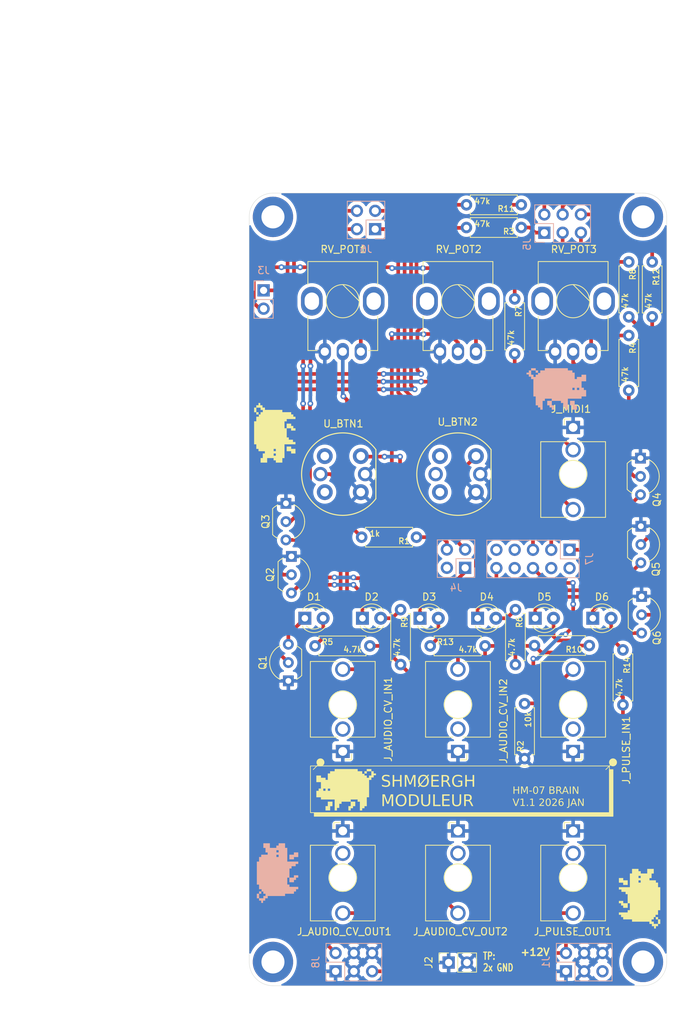
<source format=kicad_pcb>
(kicad_pcb (version 20241229) (generator "pcbnew") (generator_version "9.0")
  (layers (0 "F.Cu" signal) (2 "B.Cu" signal) (13 "F.Paste" user) (15 "B.Paste" user) (5 "F.SilkS" user "F.Silkscreen") (7 "B.SilkS" user "B.Silkscreen") (1 "F.Mask" user) (3 "B.Mask" user) (25 "Edge.Cuts" user))
  (net 0 "")
  (net 1 "Net-(D1-A)")
  (net 2 "+12V")
  (net 3 "GND")
  (net 4 "-12V")
  (net 5 "Net-(D1-K)")
  (net 6 "Net-(D2-K)")
  (net 7 "Net-(D2-A)")
  (net 8 "Net-(D3-K)")
  (net 9 "Net-(D3-A)")
  (net 10 "Net-(D4-A)")
  (net 11 "Net-(D4-K)")
  (net 12 "Net-(D5-A)")
  (net 13 "Net-(D5-K)")
  (net 14 "Net-(D6-K)")
  (net 15 "Net-(D6-A)")
  (net 16 "+3.3V")
  (net 17 "BTN_1")
  (net 19 "BTN_2")
  (net 20 "BTN_LED_1")
  (net 21 "LED_3")
  (net 22 "LED_2")
  (net 23 "LED_5")
  (net 24 "LED_4")
  (net 25 "LED_1")
  (net 26 "LED_6")
  (net 27 "MIDI_5T")
  (net 28 "PULSE_IN")
  (net 29 "PULSE_OUT")
  (net 30 "MIDI_4R")
  (net 31 "AUDIO_CV_IN_1")
  (net 32 "AUDIO_CV_IN_2")
  (net 33 "POT_1")
  (net 34 "POT_2")
  (net 35 "POT_3")
  (net 36 "AUDIO_CV_OUT_2")
  (net 37 "AUDIO_CV_OUT_1")
  (net 43 "Net-(Q1-B)")
  (net 44 "Net-(Q2-B)")
  (net 45 "Net-(Q3-B)")
  (net 46 "Net-(Q4-B)")
  (net 47 "Net-(Q5-B)")
  (net 48 "Net-(Q6-B)")
  (net 49 "Net-(R1-Pad2)")
  (footprint "Shmoergh_Custom_Footprints:R_Axial_DIN0207_L6.3mm_D2.5mm_P7.62mm_Horizontal" (layer "F.Cu") (at 176.7304 53.5504 -90)
    (property "Reference" "R8")
    (property "Value" "47k")
  )
  (footprint "Shmoergh_Custom_Footprints:R_Axial_DIN0207_L6.3mm_D2.5mm_P7.62mm_Horizontal" (layer "F.Cu") (at 161.7952 48.7752 180)
    (property "Reference" "R3")
    (property "Value" "47k")
  )
  (footprint "Shmoergh_Custom_Footprints:R_Axial_DIN0207_L6.3mm_D2.5mm_P7.62mm_Horizontal" (layer "F.Cu") (at 160.9824 101.8104 -90)
    (property "Reference" "R6")
    (property "Value" "4.7k")
  )
  (footprint "Shmoergh_Custom_Footprints:R_Axial_DIN0207_L6.3mm_D2.5mm_P7.62mm_Horizontal" (layer "F.Cu") (at 162.2524 122.486 90)
    (property "Reference" "R2")
    (property "Value" "10k")
  )
  (footprint "Package_TO_SOT_THT:TO-92_Inline_Wide" (layer "F.Cu") (at 129.44 111.691 90)
    (property "Reference" "Q1")
    (property "Value" "2N3904")
  )
  (footprint "Shmoergh_Custom_Footprints:R_Axial_DIN0207_L6.3mm_D2.5mm_P7.62mm_Horizontal" (layer "F.Cu") (at 171.244 106.7888 180)
    (property "Reference" "R10")
    (property "Value" "4.7k" (hide yes))
  )
  (footprint "Shmoergh_Custom_Footprints:R_Axial_DIN0207_L6.3mm_D2.5mm_P7.62mm_Horizontal" (layer "F.Cu") (at 147.241 91.752 180)
    (property "Reference" "R1")
    (property "Value" "1k")
  )
  (footprint "Package_TO_SOT_THT:TO-92_Inline_Wide" (layer "F.Cu") (at 129.863 94.419 -90)
    (property "Reference" "Q2")
    (property "Value" "2N3904")
  )
  (footprint "Shmoergh_Custom_Footprints:R_Axial_DIN0207_L6.3mm_D2.5mm_P7.62mm_Horizontal" (layer "F.Cu") (at 145.0312 101.8104 -90)
    (property "Reference" "R9")
    (property "Value" "4.7k")
  )
  (footprint "Shmoergh_Custom_Footprints:R_Axial_DIN0207_L6.3mm_D2.5mm_P7.62mm_Horizontal" (layer "F.Cu") (at 176.7304 63.7612 -90)
    (property "Reference" "R4")
    (property "Value" "47k")
  )
  (footprint "Shmoergh_Custom_Footprints:Jack_3.5mm_QingPu_WQP-PJ398SM_Vertical_CircularHoles" (layer "F.Cu") (at 169 115 180)
    (property "Reference" "J_PULSE_IN1")
    (property "Value" "PJ398SM")
  )
  (footprint "Shmoergh_Custom_Footprints:Jack_3.5mm_QingPu_WQP-PJ398SM_Vertical_CircularHoles" (layer "F.Cu") (at 153 139)
    (property "Reference" "J_AUDIO_CV_OUT2")
    (property "Value" "PJ398SM")
  )
  (footprint "Shmoergh_Custom_Footprints:R_Axial_DIN0207_L6.3mm_D2.5mm_P7.62mm_Horizontal" (layer "F.Cu") (at 149.146 106.8396)
    (property "Reference" "R13")
    (property "Value" "4.7k")
  )
  (footprint "Shmoergh_Logo:Gyeszno" (layer "F.Cu") (at 127.556 77.274 90)
    (property "Reference" "G***" (hide yes))
    (property "Value" "LOGO" (hide yes))
  )
  (footprint "Shmoergh_Custom_Footprints:Jack_3.5mm_QingPu_WQP-PJ398SM_Vertical_CircularHoles" (layer "F.Cu") (at 137 115 180)
    (property "Reference" "J_AUDIO_CV_IN1")
    (property "Value" "PJ398SM")
  )
  (footprint "Shmoergh_Custom_Footprints:R_Axial_DIN0207_L6.3mm_D2.5mm_P7.62mm_Horizontal" (layer "F.Cu") (at 160.8808 58.6812 -90)
    (property "Reference" "R7")
    (property "Value" "47k")
  )
  (footprint "Shmoergh_Custom_Footprints:R_Axial_DIN0207_L6.3mm_D2.5mm_P7.62mm_Horizontal" (layer "F.Cu") (at 133.144 106.8396)
    (property "Reference" "R5")
    (property "Value" "4.7k")
  )
  (footprint "Shmoergh_Logo:Gyeszno" (layer "F.Cu") (at 137.462 126.804)
    (property "Reference" "G***" (hide yes))
    (property "Value" "LOGO" (hide yes))
  )
  (footprint "Shmoergh_Custom_Footprints:Jack_3.5mm_QingPu_WQP-PJ398SM_Vertical_CircularHoles" (layer "F.Cu") (at 169 83)
    (property "Reference" "J_MIDI1")
    (property "Value" "PJ398SM-STEREO")
  )
  (footprint "MountingHole:MountingHole_3.2mm_M3_DIN965_Pad" (layer "F.Cu") (at 178.7 47.3)
    (property "Reference" "H2")
    (property "Value" "MountingHole")
  )
  (footprint "Shmoergh_Logo:Gyeszno" (layer "F.Cu") (at 178.229 141.917 -90)
    (property "Reference" "G***" (hide yes))
    (property "Value" "LOGO" (hide yes))
  )
  (footprint "LED_THT:LED_D3.0mm" (layer "F.Cu") (at 139.73 103)
    (property "Reference" "D2")
    (property "Value" "LED")
  )
  (footprint "MountingHole:MountingHole_3.2mm_M3_DIN965_Pad" (layer "F.Cu") (at 178.7 150.7)
    (property "Reference" "H3")
    (property "Value" "MountingHole")
  )
  (footprint "Shmoergh_Custom_Footprints:Jack_3.5mm_QingPu_WQP-PJ398SM_Vertical_CircularHoles" (layer "F.Cu") (at 153 115 180)
    (property "Reference" "J_AUDIO_CV_IN2")
    (property "Value" "PJ398SM")
  )
  (footprint "LED_THT:LED_D3.0mm" (layer "F.Cu") (at 171.73 103)
    (property "Reference" "D6")
    (property "Value" "LED")
  )
  (footprint "Shmoergh_Custom_Footprints:R_Axial_DIN0207_L6.3mm_D2.5mm_P7.62mm_Horizontal" (layer "F.Cu") (at 175.9176 107.3984 -90)
    (property "Reference" "R14")
    (property "Value" "4.7k")
  )
  (footprint "MountingHole:MountingHole_3.2mm_M3_DIN965_Pad" (layer "F.Cu") (at 127.3 47.3)
    (property "Reference" "H1")
    (property "Value" "MountingHole")
  )
  (footprint "Shmoergh_Custom_Footprints:Potentiometer_Bourns_Single-PTV09A" (layer "F.Cu") (at 137 59)
    (property "Reference" "RV_POT1")
    (property "Value" "100k")
  )
  (footprint "MountingHole:MountingHole_3.2mm_M3_DIN965_Pad" (layer "F.Cu") (at 127.3 150.7)
    (property "Reference" "H4")
    (property "Value" "MountingHole")
  )
  (footprint "Package_TO_SOT_THT:TO-92_Inline_Wide" (layer "F.Cu") (at 129.101 87.053 -90)
    (property "Reference" "Q3")
    (property "Value" "2N3904")
  )
  (footprint "Package_TO_SOT_THT:TO-92_Inline_Wide" (layer "F.Cu") (at 178.356 80.7792 -90)
    (property "Reference" "Q4")
    (property "Value" "2N3904")
  )
  (footprint "Shmoergh_Custom_Footprints:SPST_Circular_Pushbutton_LED" (layer "F.Cu") (at 153 83)
    (property "Reference" "U_BTN2")
    (property "Value" "SW_SPST_Push")
  )
  (footprint "Package_TO_SOT_THT:TO-92_Inline_Wide" (layer "F.Cu") (at 178.4068 90.228 -90)
    (property "Reference" "Q5")
    (property "Value" "2N3904")
  )
  (footprint "Shmoergh_Custom_Footprints:SPST_Circular_Pushbutton_LED" (layer "F.Cu") (at 137 83)
    (property "Reference" "U_BTN1")
    (property "Value" "SW_SPST_Push_LED")
  )
  (footprint "Shmoergh_Custom_Footprints:R_Axial_DIN0207_L6.3mm_D2.5mm_P7.62mm_Horizontal" (layer "F.Cu") (at 161.7952 45.6256 180)
    (property "Reference" "R11")
    (property "Value" "47k")
  )
  (footprint "LED_THT:LED_D3.0mm" (layer "F.Cu") (at 155.73 103)
    (property "Reference" "D4")
    (property "Value" "LED")
  )
  (footprint "Shmoergh_Custom_Footprints:Potentiometer_Bourns_Single-PTV09A" (layer "F.Cu") (at 153 59)
    (property "Reference" "RV_POT2")
    (property "Value" "100k")
  )
  (footprint "LED_THT:LED_D3.0mm" (layer "F.Cu") (at 163.73 103)
    (property "Reference" "D5")
    (property "Value" "LED")
  )
  (footprint "Package_TO_SOT_THT:TO-92_Inline_Wide" (layer "F.Cu") (at 178.5084 99.9816 -90)
    (property "Reference" "Q6")
    (property "Value" "2N3904")
  )
  (footprint "LED_THT:LED_D3.0mm" (layer "F.Cu") (at 131.73 103)
    (property "Reference" "D1")
    (property "Value" "LED")
  )
  (footprint "Connector_PinSocket_2.54mm:PinSocket_1x02_P2.54mm_Vertical" (layer "F.Cu") (at 151.706 150.782 90)
    (property "Reference" "J2")
    (property "Value" "Conn_01x02")
  )
  (footprint "Shmoergh_Custom_Footprints:R_Axial_DIN0207_L6.3mm_D2.5mm_P7.62mm_Horizontal" (layer "F.Cu") (at 179.9816 53.5504 -90)
    (property "Reference" "R12")
    (property "Value" "47k")
  )
  (footprint "Shmoergh_Custom_Footprints:Jack_3.5mm_QingPu_WQP-PJ398SM_Vertical_CircularHoles" (layer "F.Cu") (at 137 139)
    (property "Reference" "J_AUDIO_CV_OUT1")
    (property "Value" "PJ398SM")
  )
  (footprint "Shmoergh_Custom_Footprints:Potentiometer_Bourns_Single-PTV09A" (layer "F.Cu") (at 169 59)
    (property "Reference" "RV_POT3")
    (property "Value" "100k")
  )
  (footprint "LED_THT:LED_D3.0mm" (layer "F.Cu") (at 147.73 103)
    (property "Reference" "D3")
    (property "Value" "LED")
  )
  (footprint "Shmoergh_Custom_Footprints:Jack_3.5mm_QingPu_WQP-PJ398SM_Vertical_CircularHoles" (layer "F.Cu") (at 169 139)
    (property "Reference" "J_PULSE_OUT1")
    (property "Value" "PJ398SM")
  )
  (footprint "Connector_PinSocket_2.54mm:PinSocket_2x03_P2.54mm_Vertical" (layer "B.Cu") (at 168 152 -90)
    (property "Reference" "J1")
    (property "Value" "Conn_02x03_Odd_Even")
  )
  (footprint "Connector_PinSocket_2.54mm:PinSocket_2x03_P2.54mm_Vertical" (layer "B.Cu") (at 136 152 -90)
    (property "Reference" "J8")
    (property "Value" "Conn_02x03_Odd_Even")
  )
  (footprint "Shmoergh_Logo:Gyeszno" (layer "B.Cu") (at 127.937 138.361 -90)
    (property "Reference" "G***" (hide yes))
    (property "Value" "LOGO" (hide yes))
  )
  (footprint "Shmoergh_Logo:Gyeszno" (layer "B.Cu") (at 166.672 71.178 180)
    (property "Reference" "G***" (hide yes))
    (property "Value" "LOGO" (hide yes))
  )
  (footprint "Connector_PinSocket_2.54mm:PinSocket_2x02_P2.54mm_Vertical" (layer "B.Cu") (at 141.5 49)
    (property "Reference" "J6")
    (property "Value" "Conn_02x02_Odd_Even")
  )
  (footprint "Connector_PinSocket_2.54mm:PinSocket_2x02_P2.54mm_Vertical" (layer "B.Cu") (at 154 96)
    (property "Reference" "J4")
    (property "Value" "Conn_02x02_Odd_Even")
  )
  (footprint "Connector_PinSocket_2.54mm:PinSocket_2x03_P2.54mm_Vertical" (layer "B.Cu") (at 165 49.5 -90)
    (property "Reference" "J5")
    (property "Value" "Conn_02x03_Odd_Even")
  )
  (footprint "Connector_PinSocket_2.54mm:PinSocket_1x02_P2.54mm_Vertical" (layer "B.Cu") (at 126 57.5 180)
    (property "Reference" "J3")
    (property "Value" "Conn_01x02")
  )
  (footprint "Connector_PinSocket_2.54mm:PinSocket_2x05_P2.54mm_Vertical" (layer "B.Cu") (at 168.5 93.5 90)
    (property "Reference" "J7")
    (property "Value" "Conn_02x05_Odd_Even")
  )
  (gr_line (start 132.898 124.002) (end 133.898 123.002) (stroke (width 0.1)) (layer "F.SilkS"))
  (gr_rect (start 174.0465 124.01) (end 174.5375 130.483) (stroke (width 0.1)) (fill yes) (layer "F.SilkS"))
  (gr_line (start 173.538 124.002) (end 174.538 123.002) (stroke (width 0.1)) (layer "F.SilkS"))
  (gr_circle (center 133.898 123.002) (end 134.398 123.002) (stroke (width 0.1)) (fill yes) (layer "F.SilkS"))
  (gr_rect (start 133.038 129.983) (end 174.525 130.483) (stroke (width 0.1)) (fill yes) (layer "F.SilkS"))
  (gr_rect (start 132.509 123.502) (end 174.038 129.979) (stroke (width 0.1)) (fill no) (layer "F.SilkS"))
  (gr_circle (center 174.538 123.002) (end 175.038 123.002) (stroke (width 0.1)) (fill yes) (layer "F.SilkS"))
  (gr_line (start 178.7 154) (end 127.3 154) (stroke (width 0.05)) (layer "Edge.Cuts"))
  (gr_arc (start 182 150.7) (mid 181.033452 153.033452) (end 178.7 154) (stroke (width 0.05)) (layer "Edge.Cuts"))
  (gr_line (start 182 47.3) (end 182 150.7) (stroke (width 0.05)) (layer "Edge.Cuts"))
  (gr_line (start 127.3 44) (end 178.7 44) (stroke (width 0.05)) (layer "Edge.Cuts"))
  (gr_arc (start 178.7 44.001999) (mid 181.032746 44.96784) (end 182 47.3) (stroke (width 0.05)) (layer "Edge.Cuts"))
  (gr_line (start 124 150.7) (end 124 47.3) (stroke (width 0.05)) (layer "Edge.Cuts"))
  (gr_arc (start 124 47.3) (mid 124.966548 44.966548) (end 127.3 44) (stroke (width 0.05)) (layer "Edge.Cuts"))
  (gr_arc (start 127.3 154) (mid 124.966548 153.033452) (end 124 150.7) (stroke (width 0.05)) (layer "Edge.Cuts"))
  (gr_text "SHMØERGH \nMODULEUR" (at 142.288 129.344 0) (layer "F.SilkS") (effects (font (size 1.6 1.6) (thickness 0.1)) (justify left bottom)))
  (gr_text "TP:\n2x GND" (at 156.385 152.077 0) (layer "F.SilkS") (effects (font (size 1 0.75) (thickness 0.17) (bold yes)) (justify left bottom)))
  (gr_text "+12V" (at 161.592 149.918 0) (layer "F.SilkS") (effects (font (size 1 1) (thickness 0.2) (bold yes)) (justify left bottom)))
  (gr_text "HM-07 BRAIN\nV1.1 2026 JAN" (at 160.576 129.217 0) (layer "F.SilkS") (effects (font (size 1 1) (thickness 0.1)) (justify left bottom)))
  (segment (start 134.27 103) (end 134.27 105.7136) (width 0.508) (layer "F.Cu") (net 1))
  (segment (start 134.27 105.7136) (end 133.144 106.8396) (width 0.508) (layer "F.Cu") (net 1))
  (segment (start 142.4404 106.8396) (end 145.0312 109.4304) (width 0.508) (layer "F.Cu") (net 2))
  (segment (start 160.9824 106.8904) (end 160.9316 106.8396) (width 0.508) (layer "F.Cu") (net 2))
  (segment (start 126 57.5) (end 127.467 57.5) (width 0.508) (layer "F.Cu") (net 2))
  (segment (start 168 147.2184) (end 168.8564 146.362) (width 0.508) (layer "F.Cu") (net 2))
  (segment (start 169.72 107.754) (end 175.9176 113.9516) (width 0.508) (layer "F.Cu") (net 2))
  (segment (start 154.7848 112.1228) (end 156.766 110.1416) (width 0.508) (layer "F.Cu") (net 2))
  (segment (start 128.318 130.487) (end 156.258 130.487) (width 0.508) (layer "F.Cu") (net 2))
  (segment (start 156.258 130.487) (end 157.655 131.884) (width 0.508) (layer "F.Cu") (net 2))
  (segment (start 175.9176 113.9516) (end 175.9176 115.0184) (width 0.508) (layer "F.Cu") (net 2))
  (segment (start 168.8564 146.362) (end 175.1048 146.362) (width 0.508) (layer "F.Cu") (net 2))
  (segment (start 125.0795 127.2485) (end 128.318 130.487) (width 0.508) (layer "F.Cu") (net 2))
  (segment (start 156.766 110.1416) (end 156.766 106.8396) (width 0.508) (layer "F.Cu") (net 2))
  (segment (start 127.467 57.5) (end 128.445 58.478) (width 0.508) (layer "F.Cu") (net 2))
  (segment (start 128.445 67.749) (end 125.0795 71.1145) (width 0.508) (layer "F.Cu") (net 2))
  (segment (start 145.0312 109.4304) (end 147.7236 112.1228) (width 0.508) (layer "F.Cu") (net 2))
  (segment (start 147.7236 112.1228) (end 154.7848 112.1228) (width 0.508) (layer "F.Cu") (net 2))
  (segment (start 164.5892 107.754) (end 169.72 107.754) (width 0.508) (layer "F.Cu") (net 2))
  (segment (start 128.445 58.478) (end 128.445 67.749) (width 0.508) (layer "F.Cu") (net 2))
  (segment (start 160.9824 109.4304) (end 160.9824 106.8904) (width 0.508) (layer "F.Cu") (net 2))
  (segment (start 168 149.46) (end 168 147.2184) (width 0.508) (layer "F.Cu") (net 2))
  (segment (start 160.9316 106.8396) (end 163.5732 106.8396) (width 0.508) (layer "F.Cu") (net 2))
  (segment (start 163.5732 106.8396) (end 163.624 106.7888) (width 0.508) (layer "F.Cu") (net 2))
  (segment (start 175.1048 146.362) (end 175.9176 145.5492) (width 0.508) (layer "F.Cu") (net 2))
  (segment (start 125.0795 71.1145) (end 125.0795 127.2485) (width 0.508) (layer "F.Cu") (net 2))
  (segment (start 175.9176 145.5492) (end 175.9176 115.0184) (width 0.508) (layer "F.Cu") (net 2))
  (segment (start 162.404 149.46) (end 168 149.46) (width 0.508) (layer "F.Cu") (net 2))
  (segment (start 156.766 106.8396) (end 160.9316 106.8396) (width 0.508) (layer "F.Cu") (net 2))
  (segment (start 157.655 131.884) (end 157.655 144.711) (width 0.508) (layer "F.Cu") (net 2))
  (segment (start 140.764 106.8396) (end 142.4404 106.8396) (width 0.508) (layer "F.Cu") (net 2))
  (segment (start 157.655 144.711) (end 162.404 149.46) (width 0.508) (layer "F.Cu") (net 2))
  (segment (start 163.624 106.7888) (end 164.5892 107.754) (width 0.508) (layer "F.Cu") (net 2))
  (segment (start 129.44 106.611) (end 129.44 105.29) (width 0.508) (layer "F.Cu") (net 5))
  (segment (start 129.44 105.29) (end 131.73 103) (width 0.508) (layer "F.Cu") (net 5))
  (segment (start 138.478 98.356) (end 139.73 99.608) (width 0.508) (layer "F.Cu") (net 6))
  (segment (start 131.006 98.356) (end 129.863 99.499) (width 0.508) (layer "F.Cu") (net 6))
  (segment (start 139.73 99.608) (end 139.73 103) (width 0.508) (layer "F.Cu") (net 6))
  (segment (start 135.846 98.356) (end 131.006 98.356) (width 0.508) (layer "F.Cu") (net 6))
  (via (at 138.478 98.356) (size 0.8) (drill 0.4) (layers "F.Cu" "B.Cu") (net 6))
  (via (at 135.846 98.356) (size 0.8) (drill 0.4) (layers "F.Cu" "B.Cu") (net 6))
  (segment (start 135.846 98.356) (end 138.478 98.356) (width 0.508) (layer "B.Cu") (net 6))
  (segment (start 142.27 103) (end 143.8416 103) (width 0.508) (layer "F.Cu") (net 7))
  (segment (start 143.8416 103) (end 145.0312 101.8104) (width 0.508) (layer "F.Cu") (net 7))
  (segment (start 132.382 93.911) (end 130.604 92.133) (width 0.508) (layer "F.Cu") (net 8))
  (segment (start 147.73 101.385) (end 147.73 103) (width 0.508) (layer "F.Cu") (net 8))
  (segment (start 130.604 92.133) (end 129.101 92.133) (width 0.508) (layer "F.Cu") (net 8))
  (segment (start 135.846 97.34) (end 133.398 97.34) (width 0.508) (layer "F.Cu") (net 8))
  (segment (start 143.7866 97.4416) (end 147.73 101.385) (width 0.508) (layer "F.Cu") (net 8))
  (segment (start 133.398 97.34) (end 132.382 96.324) (width 0.508) (layer "F.Cu") (net 8))
  (segment (start 138.478 97.34) (end 138.5796 97.4416) (width 0.508) (layer "F.Cu") (net 8))
  (segment (start 132.382 96.324) (end 132.382 93.911) (width 0.508) (layer "F.Cu") (net 8))
  (segment (start 138.5796 97.4416) (end 143.7866 97.4416) (width 0.508) (layer "F.Cu") (net 8))
  (via (at 135.846 97.34) (size 0.8) (drill 0.4) (layers "F.Cu" "B.Cu") (net 8))
  (via (at 138.478 97.34) (size 0.8) (drill 0.4) (layers "F.Cu" "B.Cu") (net 8))
  (segment (start 138.478 97.34) (end 135.846 97.34) (width 0.508) (layer "B.Cu") (net 8))
  (segment (start 150.27 103) (end 150.27 105.7156) (width 0.508) (layer "F.Cu") (net 9))
  (segment (start 150.27 105.7156) (end 149.146 106.8396) (width 0.508) (layer "F.Cu") (net 9))
  (segment (start 158.27 103) (end 159.7928 103) (width 0.508) (layer "F.Cu") (net 10))
  (segment (start 159.7928 103) (end 160.9824 101.8104) (width 0.508) (layer "F.Cu") (net 10))
  (segment (start 158.29 99.118) (end 172.5648 99.118) (width 0.508) (layer "F.Cu") (net 11))
  (segment (start 175.7652 88.45) (end 178.356 85.8592) (width 0.508) (layer "F.Cu") (net 11))
  (segment (start 172.5648 99.118) (end 175.7652 95.9176) (width 0.508) (layer "F.Cu") (net 11))
  (segment (start 155.73 101.678) (end 158.29 99.118) (width 0.508) (layer "F.Cu") (net 11))
  (segment (start 175.7652 95.9176) (end 175.7652 88.45) (width 0.508) (layer "F.Cu") (net 11))
  (segment (start 155.73 103) (end 155.73 101.678) (width 0.508) (layer "F.Cu") (net 11))
  (segment (start 169.757478 106.7888) (end 171.244 106.7888) (width 0.508) (layer "F.Cu") (net 12))
  (segment (start 166.8266 106.0798) (end 169.048478 106.0798) (width 0.508) (layer "F.Cu") (net 12))
  (segment (start 166.27 103) (end 166.27 105.5232) (width 0.508) (layer "F.Cu") (net 12))
  (segment (start 166.27 105.5232) (end 166.8266 106.0798) (width 0.508) (layer "F.Cu") (net 12))
  (segment (start 169.048478 106.0798) (end 169.757478 106.7888) (width 0.508) (layer "F.Cu") (net 12))
  (segment (start 173.6824 100.0324) (end 178.4068 95.308) (width 0.508) (layer "F.Cu") (net 13))
  (segment (start 163.73 103) (end 163.73 101.806) (width 0.508) (layer "F.Cu") (net 13))
  (segment (start 165.5036 100.0324) (end 173.6824 100.0324) (width 0.508) (layer "F.Cu") (net 13))
  (segment (start 163.73 101.806) (end 165.5036 100.0324) (width 0.508) (layer "F.Cu") (net 13))
  (segment (start 177.2384 105.0616) (end 178.5084 105.0616) (width 0.508) (layer "F.Cu") (net 14))
  (segment (start 176.2732 104.0964) (end 177.2384 105.0616) (width 0.508) (layer "F.Cu") (net 14))
  (segment (start 175.6128 101.2008) (end 176.2732 101.8612) (width 0.508) (layer "F.Cu") (net 14))
  (segment (start 171.73 102.0356) (end 172.5648 101.2008) (width 0.508) (layer "F.Cu") (net 14))
  (segment (start 176.2732 101.8612) (end 176.2732 104.0964) (width 0.508) (layer "F.Cu") (net 14))
  (segment (start 172.5648 101.2008) (end 175.6128 101.2008) (width 0.508) (layer "F.Cu") (net 14))
  (segment (start 171.73 103) (end 171.73 102.0356) (width 0.508) (layer "F.Cu") (net 14))
  (segment (start 174.27 105.7508) (end 175.9176 107.3984) (width 0.508) (layer "F.Cu") (net 15))
  (segment (start 174.27 103) (end 174.27 105.7508) (width 0.508) (layer "F.Cu") (net 15))
  (segment (start 150.289 54.414) (end 153.21 57.335) (width 0.508) (layer "F.Cu") (net 16))
  (segment (start 153.21 61.145) (end 155.5 63.435) (width 0.508) (layer "F.Cu") (net 16))
  (segment (start 155.631 63.304) (end 155.5 63.435) (width 0.508) (layer "F.Cu") (net 16))
  (segment (start 143.847 54.414) (end 143.72 54.287) (width 0.508) (layer "F.Cu") (net 16))
  (segment (start 148.13 54.414) (end 150.289 54.414) (width 0.508) (layer "F.Cu") (net 16))
  (segment (start 139.5 66) (end 139.5 63.691) (width 0.508) (layer "F.Cu") (net 16))
  (segment (start 128.48 54.287) (end 125.27 54.287) (width 0.508) (layer "F.Cu") (net 16))
  (segment (start 170.736 63.304) (end 155.631 63.304) (width 0.508) (layer "F.Cu") (net 16))
  (segment (start 134.922 54.287) (end 137.208 54.287) (width 0.508) (layer "F.Cu") (net 16))
  (segment (start 171.5 64.068) (end 170.736 63.304) (width 0.508) (layer "F.Cu") (net 16))
  (segment (start 125.435 60.04) (end 126 60.04) (width 0.508) (layer "F.Cu") (net 16))
  (segment (start 124.635 59.24) (end 125.435 60.04) (width 0.508) (layer "F.Cu") (net 16))
  (segment (start 143.72 54.287) (end 137.208 54.287) (width 0.508) (layer "F.Cu") (net 16))
  (segment (start 139.5 63.691) (end 137.208 61.399) (width 0.508) (layer "F.Cu") (net 16))
  (segment (start 134.922 54.287) (end 131.077 54.287) (width 0.508) (layer "F.Cu") (net 16))
  (segment (start 153.21 57.335) (end 153.21 61.145) (width 0.508) (layer "F.Cu") (net 16))
  (segment (start 124.635 54.922) (end 124.635 59.24) (width 0.508) (layer "F.Cu") (net 16))
  (segment (start 137.208 61.399) (end 137.208 54.287) (width 0.508) (layer "F.Cu") (net 16))
  (segment (start 155.5 63.435) (end 155.5 66) (width 0.508) (layer "F.Cu") (net 16))
  (segment (start 125.27 54.287) (end 124.635 54.922) (width 0.508) (layer "F.Cu") (net 16))
  (segment (start 171.5 66) (end 171.5 64.068) (width 0.508) (layer "F.Cu") (net 16))
  (via (at 143.847 54.414) (size 0.8) (drill 0.4) (layers "F.Cu" "B.Cu") (net 16))
  (via (at 148.13 54.414) (size 0.8) (drill 0.4) (layers "F.Cu" "B.Cu") (net 16))
  (via (at 131.077 54.287) (size 0.8) (drill 0.4) (layers "F.Cu" "B.Cu") (net 16))
  (via (at 128.48 54.287) (size 0.8) (drill 0.4) (layers "F.Cu" "B.Cu") (net 16))
  (segment (start 143.847 54.414) (end 148.13 54.414) (width 0.508) (layer "B.Cu") (net 16))
  (segment (start 131.077 54.287) (end 128.48 54.287) (width 0.508) (layer "B.Cu") (net 16))
  (segment (start 154 96.55) (end 152.829 97.721) (width 0.508) (layer "F.Cu") (net 17))
  (segment (start 142.796 80.576) (end 139.576 80.576) (width 0.508) (layer "F.Cu") (net 17))
  (segment (start 139.576 80.576) (end 139.5 80.5) (width 0.508) (layer "F.Cu") (net 17))
  (segment (start 152.829 97.721) (end 148.892 97.721) (width 0.508) (layer "F.Cu") (net 17))
  (segment (start 148.892 97.721) (end 144.955 93.784) (width 0.508) (layer "F.Cu") (net 17))
  (segment (start 144.955 93.784) (end 144.955 80.576) (width 0.508) (layer "F.Cu") (net 17))
  (segment (start 154 96) (end 154 96.55) (width 0.508) (layer "F.Cu") (net 17))
  (via (at 144.955 80.576) (size 0.8) (drill 0.4) (layers "F.Cu" "B.Cu") (net 17))
  (via (at 142.796 80.576) (size 0.8) (drill 0.4) (layers "F.Cu" "B.Cu") (net 17))
  (segment (start 144.955 80.576) (end 142.796 80.576) (width 0.508) (layer "B.Cu") (net 17))
  (segment (start 153.083 92.543) (end 154 93.46) (width 0.508) (layer "F.Cu") (net 19))
  (segment (start 153.083 82.917) (end 153.083 92.543) (width 0.508) (layer "F.Cu") (net 19))
  (segment (start 155.5 80.5) (end 153.083 82.917) (width 0.508) (layer "F.Cu") (net 19))
  (segment (start 150.797 91.752) (end 151.46 92.415) (width 0.508) (layer "F.Cu") (net 20))
  (segment (start 147.241 91.752) (end 150.797 91.752) (width 0.508) (layer "F.Cu") (net 20))
  (segment (start 151.46 92.415) (end 151.46 93.46) (width 0.508) (layer "F.Cu") (net 20))
  (segment (start 165.402 62.415) (end 156.131 62.415) (width 0.508) (layer "F.Cu") (net 21))
  (segment (start 158.163 51.874) (end 158.163 47.048) (width 0.508) (layer "F.Cu") (net 21))
  (segment (start 170.08 52.53) (end 167.942 54.668) (width 0.508) (layer "F.Cu") (net 21))
  (segment (start 170.08 49.5) (end 170.08 52.53) (width 0.508) (layer "F.Cu") (net 21))
  (segment (start 154.48 60.764) (end 154.48 55.557) (width 0.508) (layer "F.Cu") (net 21))
  (segment (start 167.942 59.875) (end 165.402 62.415) (width 0.508) (layer "F.Cu") (net 21))
  (segment (start 156.131 62.415) (end 154.48 60.764) (width 0.508) (layer "F.Cu") (net 21))
  (segment (start 154.48 55.557) (end 158.163 51.874) (width 0.508) (layer "F.Cu") (net 21))
  (segment (start 167.942 54.668) (end 167.942 59.875) (width 0.508) (layer "F.Cu") (net 21))
  (segment (start 158.163 47.048) (end 159.5854 45.6256) (width 0.508) (layer "F.Cu") (net 21))
  (segment (start 159.5854 45.6256) (end 161.7952 45.6256) (width 0.508) (layer "F.Cu") (net 21))
  (segment (start 166.7228 51.6708) (end 167.54 50.8536) (width 0.508) (layer "F.Cu") (net 22))
  (segment (start 162.1508 51.6708) (end 166.7228 51.6708) (width 0.508) (layer "F.Cu") (net 22))
  (segment (start 160.8808 58.6812) (end 160.8808 52.9408) (width 0.508) (layer "F.Cu") (net 22))
  (segment (start 160.8808 52.9408) (end 162.1508 51.6708) (width 0.508) (layer "F.Cu") (net 22))
  (segment (start 167.54 50.8536) (end 167.54 49.5) (width 0.508) (layer "F.Cu") (net 22))
  (segment (start 174.4952 53.5504) (end 176.7304 53.5504) (width 0.508) (layer "F.Cu") (net 23))
  (segment (start 167.54 45.8244) (end 167.942 45.4224) (width 0.508) (layer "F.Cu") (net 23))
  (segment (start 167.54 46.96) (end 167.54 45.8244) (width 0.508) (layer "F.Cu") (net 23))
  (segment (start 167.942 45.4224) (end 172.4632 45.4224) (width 0.508) (layer "F.Cu") (net 23))
  (segment (start 172.4632 45.4224) (end 173.4284 46.3876) (width 0.508) (layer "F.Cu") (net 23))
  (segment (start 173.4284 46.3876) (end 173.4284 52.4836) (width 0.508) (layer "F.Cu") (net 23))
  (segment (start 173.4284 52.4836) (end 174.4952 53.5504) (width 0.508) (layer "F.Cu") (net 23))
  (segment (start 172.133 47.556) (end 171.537 46.96) (width 0.508) (layer "F.Cu") (net 24))
  (segment (start 169.974 55.684) (end 172.133 53.525) (width 0.508) (layer "F.Cu") (net 24))
  (segment (start 172.133 53.525) (end 172.133 47.556) (width 0.508) (layer "F.Cu") (net 24))
  (segment (start 173.3522 63.7612) (end 169.974 60.383) (width 0.508) (layer "F.Cu") (net 24))
  (segment (start 176.7304 63.7612) (end 173.3522 63.7612) (width 0.508) (layer "F.Cu") (net 24))
  (segment (start 171.537 46.96) (end 170.08 46.96) (width 0.508) (layer "F.Cu") (net 24))
  (segment (start 169.974 60.383) (end 169.974 55.684) (width 0.508) (layer "F.Cu") (net 24))
  (segment (start 163.0144 48.7752) (end 163.7256 49.4864) (width 0.508) (layer "F.Cu") (net 25))
  (segment (start 163.7256 49.4864) (end 164.9864 49.4864) (width 0.508) (layer "F.Cu") (net 25))
  (segment (start 161.7952 48.7752) (end 163.0144 48.7752) (width 0.508) (layer "F.Cu") (net 25))
  (segment (start 164.9864 49.4864) (end 165 49.5) (width 0.508) (layer "F.Cu") (net 25))
  (segment (start 165.8084 44.5588) (end 173.7332 44.5588) (width 0.508) (layer "F.Cu") (net 26))
  (segment (start 165 45.3672) (end 165.8084 44.5588) (width 0.508) (layer "F.Cu") (net 26))
  (segment (start 174.9524 49.6388) (end 176.3748 51.0612) (width 0.508) (layer "F.Cu") (net 26))
  (segment (start 165 46.96) (end 165 45.3672) (width 0.508) (layer "F.Cu") (net 26))
  (segment (start 179.9816 52.1788) (end 179.9816 53.5504) (width 0.508) (layer "F.Cu") (net 26))
  (segment (start 176.3748 51.0612) (end 178.864 51.0612) (width 0.508) (layer "F.Cu") (net 26))
  (segment (start 174.9524 45.778) (end 174.9524 49.6388) (width 0.508) (layer "F.Cu") (net 26))
  (segment (start 178.864 51.0612) (end 179.9816 52.1788) (width 0.508) (layer "F.Cu") (net 26))
  (segment (start 173.7332 44.5588) (end 174.9524 45.778) (width 0.508) (layer "F.Cu") (net 26))
  (segment (start 165.402 77.8328) (end 165.402 84.322) (width 0.508) (layer "F.Cu") (net 27))
  (segment (start 144.701 49.969) (end 144.701 71.686) (width 0.508) (layer "F.Cu") (net 27))
  (segment (start 161.2872 73.718) (end 165.402 77.8328) (width 0.508) (layer "F.Cu") (net 27))
  (segment (start 141.5 49) (end 143.732 49) (width 0.508) (layer "F.Cu") (net 27))
  (segment (start 144.701 71.686) (end 146.733 73.718) (width 0.508) (layer "F.Cu") (net 27))
  (segment (start 146.733 73.718) (end 161.2872 73.718) (width 0.508) (layer "F.Cu") (net 27))
  (segment (start 143.732 49) (end 144.701 49.969) (width 0.508) (layer "F.Cu") (net 27))
  (segment (start 165.402 84.322) (end 169 87.92) (width 0.508) (layer "F.Cu") (net 27))
  (segment (start 130.223 52.763) (end 130.223 63.939) (width 0.508) (layer "F.Cu") (net 28))
  (segment (start 133.144 127.82) (end 131.9756 126.6516) (width 0.508) (layer "F.Cu") (net 28))
  (segment (start 165.91 114.7136) (end 165.91 123.375) (width 0.508) (layer "F.Cu") (net 28))
  (segment (start 162.3032 114.8152) (end 162.2524 114.866) (width 0.508) (layer "F.Cu") (net 28))
  (segment (start 165.8084 114.8152) (end 162.3032 114.8152) (width 0.508) (layer "F.Cu") (net 28))
  (segment (start 133.986 49) (end 130.223 52.763) (width 0.508) (layer "F.Cu") (net 28))
  (segment (start 169 110.08) (end 165.91 113.17) (width 0.508) (layer "F.Cu") (net 28))
  (segment (start 130.223 63.939) (end 132.509 66.225) (width 0.508) (layer "F.Cu") (net 28))
  (segment (start 161.465 127.82) (end 133.144 127.82) (width 0.508) (layer "F.Cu") (net 28))
  (segment (start 165.91 123.375) (end 161.465 127.82) (width 0.508) (layer "F.Cu") (net 28))
  (segment (start 137.589 106.738) (end 137.589 93.276) (width 0.508) (layer "F.Cu") (net 28))
  (segment (start 137.589 93.276) (end 132.445 88.132) (width 0.508) (layer "F.Cu") (net 28))
  (segment (start 165.91 114.7136) (end 165.8084 114.8152) (width 0.508) (layer "F.Cu") (net 28))
  (segment (start 138.96 49) (end 133.986 49) (width 0.508) (layer "F.Cu") (net 28))
  (segment (start 132.509 66.225) (end 132.509 68.003) (width 0.508) (layer "F.Cu") (net 28))
  (segment (start 165.91 113.17) (end 165.91 114.7136) (width 0.508) (layer "F.Cu") (net 28))
  (segment (start 132.445 73.258003) (end 132.493003 73.21) (width 0.508) (layer "F.Cu") (net 28))
  (segment (start 132.445 88.132) (end 132.445 73.258003) (width 0.508) (layer "F.Cu") (net 28))
  (segment (start 131.9756 112.3514) (end 137.589 106.738) (width 0.508) (layer "F.Cu") (net 28))
  (segment (start 131.9756 126.6516) (end 131.9756 112.3514) (width 0.508) (layer "F.Cu") (net 28))
  (via (at 132.509 68.003) (size 0.8) (drill 0.4) (layers "F.Cu" "B.Cu") (net 28))
  (via (at 132.493003 73.21) (size 0.8) (drill 0.4) (layers "F.Cu" "B.Cu") (net 28))
  (segment (start 132.493003 73.21) (end 132.493003 72.0828) (width 0.508) (layer "B.Cu") (net 28))
  (segment (start 132.509 72.066803) (end 132.509 68.003) (width 0.508) (layer "B.Cu") (net 28))
  (segment (start 132.493003 72.0828) (end 132.509 72.066803) (width 0.508) (layer "B.Cu") (net 28))
  (segment (start 131.493 68.003) (end 131.493 66.86) (width 0.508) (layer "F.Cu") (net 29))
  (segment (start 136.7 106.103) (end 136.7 93.911) (width 0.508) (layer "F.Cu") (net 29))
  (segment (start 136.7 93.911) (end 131.493 88.704) (width 0.508) (layer "F.Cu") (net 29))
  (segment (start 165.3476 143.92) (end 159.9664 138.5388) (width 0.508) (layer "F.Cu") (net 29))
  (segment (start 130.985 111.818) (end 136.7 106.103) (width 0.508) (layer "F.Cu") (net 29))
  (segment (start 134.367 46.46) (end 138.96 46.46) (width 0.508) (layer "F.Cu") (net 29))
  (segment (start 159.9664 130.5124) (end 158.6456 129.1916) (width 0.508) (layer "F.Cu") (net 29))
  (segment (start 159.9664 138.5388) (end 159.9664 130.5124) (width 0.508) (layer "F.Cu") (net 29))
  (segment (start 169 143.92) (end 165.3476 143.92) (width 0.508) (layer "F.Cu") (net 29))
  (segment (start 158.6456 129.1916) (end 133.0424 129.1916) (width 0.508) (layer "F.Cu") (net 29))
  (segment (start 131.493 88.704) (end 131.493 73.21) (width 0.508) (layer "F.Cu") (net 29))
  (segment (start 129.334 64.701) (end 129.334 51.493) (width 0.508) (layer "F.Cu") (net 29))
  (segment (start 130.985 127.1342) (end 130.985 111.818) (width 0.508) (layer "F.Cu") (net 29))
  (segment (start 133.0424 129.1916) (end 130.985 127.1342) (width 0.508) (layer "F.Cu") (net 29))
  (segment (start 131.493 66.86) (end 129.334 64.701) (width 0.508) (layer "F.Cu") (net 29))
  (segment (start 129.334 51.493) (end 134.367 46.46) (width 0.508) (layer "F.Cu") (net 29))
  (via (at 131.493 73.21) (size 0.8) (drill 0.4) (layers "F.Cu" "B.Cu") (net 29))
  (via (at 131.493 68.003) (size 0.8) (drill 0.4) (layers "F.Cu" "B.Cu") (net 29))
  (segment (start 131.493 68.003) (end 131.493 73.21) (width 0.508) (layer "B.Cu") (net 29))
  (segment (start 146.987 72.702) (end 145.59 71.305) (width 0.508) (layer "F.Cu") (net 30))
  (segment (start 144.0368 46.46) (end 141.5 46.46) (width 0.508) (layer "F.Cu") (net 30))
  (segment (start 145.59 71.305) (end 145.59 48.0132) (width 0.508) (layer "F.Cu") (net 30))
  (segment (start 169 79.602) (end 162.1 72.702) (width 0.508) (layer "F.Cu") (net 30))
  (segment (start 162.1 72.702) (end 146.987 72.702) (width 0.508) (layer "F.Cu") (net 30))
  (segment (start 145.59 48.0132) (end 144.0368 46.46) (width 0.508) (layer "F.Cu") (net 30))
  (segment (start 169 79.62) (end 169 79.602) (width 0.508) (layer "F.Cu") (net 30))
  (segment (start 168.958 98.102) (end 165.482 98.102) (width 0.508) (layer "F.Cu") (net 31))
  (segment (start 140.1944 110.08) (end 137 110.08) (width 0.508) (layer "F.Cu") (net 31))
  (segment (start 141.018 110.9036) (end 140.1944 110.08) (width 0.508) (layer "F.Cu") (net 31))
  (segment (start 163.4716 110.04) (end 161.8968 111.6148) (width 0.508) (layer "F.Cu") (net 31))
  (segment (start 142.2372 124.2132) (end 141.018 122.994) (width 0.508) (layer "F.Cu") (net 31))
  (segment (start 156.2072 122.1812) (end 154.1752 124.2132) (width 0.508) (layer "F.Cu") (net 31))
  (segment (start 156.2072 113.342) (end 156.2072 122.1812) (width 0.508) (layer "F.Cu") (net 31))
  (segment (start 157.9344 111.6148) (end 156.2072 113.342) (width 0.508) (layer "F.Cu") (net 31))
  (segment (start 161.8968 111.6148) (end 157.9344 111.6148) (width 0.508) (layer "F.Cu") (net 31))
  (segment (start 154.1752 124.2132) (end 142.2372 124.2132) (width 0.508) (layer "F.Cu") (net 31))
  (segment (start 165.482 98.102) (end 163.42 96.04) (width 0.508) (layer "F.Cu") (net 31))
  (segment (start 163.4716 108.6176) (end 163.4716 110.04) (width 0.508) (layer "F.Cu") (net 31))
  (segment (start 141.018 122.994) (end 141.018 110.9036) (width 0.508) (layer "F.Cu") (net 31))
  (segment (start 169.0088 104.159) (end 169.0088 101.0484) (width 0.508) (layer "F.Cu") (net 31))
  (segment (start 167.942 105.2258) (end 169.0088 104.159) (width 0.508) (layer "F.Cu") (net 31))
  (via (at 169.0088 101.0484) (size 0.8) (drill 0.4) (layers "F.Cu" "B.Cu") (net 31))
  (via (at 168.958 98.102) (size 0.8) (drill 0.4) (layers "F.Cu" "B.Cu") (net 31))
  (via (at 167.942 105.2258) (size 0.8) (drill 0.4) (layers "F.Cu" "B.Cu") (net 31))
  (via (at 163.4716 108.6176) (size 0.8) (drill 0.4) (layers "F.Cu" "B.Cu") (net 31))
  (segment (start 169.0088 98.1528) (end 168.958 98.102) (width 0.508) (layer "B.Cu") (net 31))
  (segment (start 169.0088 101.0484) (end 169.0088 98.1528) (width 0.508) (layer "B.Cu") (net 31))
  (segment (start 164.0304 108.6176) (end 167.4222 105.2258) (width 0.508) (layer "B.Cu") (net 31))
  (segment (start 167.4222 105.2258) (end 167.942 105.2258) (width 0.508) (layer "B.Cu") (net 31))
  (segment (start 163.4716 108.6176) (end 164.0304 108.6176) (width 0.508) (layer "B.Cu") (net 31))
  (segment (start 153 102.8205) (end 158.34 97.4805) (width 0.508) (layer "F.Cu") (net 32))
  (segment (start 158.34 97.4805) (end 158.34 96.04) (width 0.508) (layer "F.Cu") (net 32))
  (segment (start 153 110.08) (end 153 102.8205) (width 0.508) (layer "F.Cu") (net 32))
  (segment (start 157.655 91.244) (end 156.639 92.26) (width 0.508) (layer "F.Cu") (net 33))
  (segment (start 163.42 91.802) (end 162.862 91.244) (width 0.508) (layer "F.Cu") (net 33))
  (segment (start 138.224 88.196) (end 137.589 87.561) (width 0.508) (layer "F.Cu") (net 33))
  (segment (start 142.161 94.038) (end 142.161 90.101) (width 0.508) (layer "F.Cu") (net 33))
  (segment (start 156.639 92.26) (end 156.639 97.594) (width 0.508) (layer "F.Cu") (net 33))
  (segment (start 163.42 93.5) (end 163.42 91.802) (width 0.508) (layer "F.Cu") (net 33))
  (segment (start 162.862 91.244) (end 157.655 91.244) (width 0.508) (layer "F.Cu") (net 33))
  (segment (start 142.161 90.101) (end 140.256 88.196) (width 0.508) (layer "F.Cu") (net 33))
  (segment (start 140.256 88.196) (end 138.224 88.196) (width 0.508) (layer "F.Cu") (net 33))
  (segment (start 156.639 97.594) (end 154.226 100.007) (width 0.508) (layer "F.Cu") (net 33))
  (segment (start 148.13 100.007) (end 142.161 94.038) (width 0.508) (layer "F.Cu") (net 33))
  (segment (start 137.589 72.702) (end 137.081 72.194) (width 0.508) (layer "F.Cu") (net 33))
  (segment (start 154.226 100.007) (end 148.13 100.007) (width 0.508) (layer "F.Cu") (net 33))
  (segment (start 137.589 87.561) (end 137.589 72.702) (width 0.508) (layer "F.Cu") (net 33))
  (via (at 137.081 72.194) (size 0.8) (drill 0.4) (layers "F.Cu" "B.Cu") (net 33))
  (segment (start 137 72.113) (end 137 66) (width 0.508) (layer "B.Cu") (net 33))
  (segment (start 137.081 72.194) (end 137 72.113) (width 0.508) (layer "B.Cu") (net 33))
  (segment (start 148.384 98.737) (end 154.226 98.737) (width 0.508) (layer "F.Cu") (net 34))
  (segment (start 148.25437 63.558) (end 151.813 63.558) (width 0.508) (layer "F.Cu") (net 34))
  (segment (start 154.226 98.737) (end 155.496 97.467) (width 0.508) (layer "F.Cu") (net 34))
  (segment (start 143.812 94.165) (end 148.384 98.737) (width 0.508) (layer "F.Cu") (net 34))
  (segment (start 155.496 97.467) (end 155.496 92.133) (width 0.508) (layer "F.Cu") (net 34))
  (segment (start 143.812 63.558) (end 143.812 94.165) (width 0.508) (layer "F.Cu") (net 34))
  (segment (start 153 64.745) (end 153 66) (width 0.508) (layer "F.Cu") (net 34))
  (segment (start 151.813 63.558) (end 153 64.745) (width 0.508) (layer "F.Cu") (net 34))
  (segment (start 148.222 63.59037) (end 148.25437 63.558) (width 0.508) (layer "F.Cu") (net 34))
  (segment (start 164.005 89.847) (end 165.96 91.802) (width 0.508) (layer "F.Cu") (net 34))
  (segment (start 157.782 89.847) (end 164.005 89.847) (width 0.508) (layer "F.Cu") (net 34))
  (segment (start 155.496 92.133) (end 157.782 89.847) (width 0.508) (layer "F.Cu") (net 34))
  (segment (start 165.96 91.802) (end 165.96 93.5) (width 0.508) (layer "F.Cu") (net 34))
  (via (at 143.812 63.558) (size 0.8) (drill 0.4) (layers "F.Cu" "B.Cu") (net 34))
  (via (at 148.222 63.59037) (size 0.8) (drill 0.4) (layers "F.Cu" "B.Cu") (net 34))
  (segment (start 148.18963 63.558) (end 143.812 63.558) (width 0.508) (layer "B.Cu") (net 34))
  (segment (start 148.222 63.59037) (end 148.18963 63.558) (width 0.508) (layer "B.Cu") (net 34))
  (segment (start 173.657 72.194) (end 173.657 91.371) (width 0.508) (layer "F.Cu") (net 35))
  (segment (start 169 67.537) (end 173.657 72.194) (width 0.508) (layer "F.Cu") (net 35))
  (segment (start 169 66) (end 169 67.537) (width 0.508) (layer "F.Cu") (net 35))
  (segment (start 173.657 91.371) (end 171.528 93.5) (width 0.508) (layer "F.Cu") (net 35))
  (segment (start 171.528 93.5) (end 168.5 93.5) (width 0.508) (layer "F.Cu") (net 35))
  (segment (start 134.16 142.298) (end 134.922 141.536) (width 0.508) (layer "F.Cu") (net 36))
  (segment (start 134.922 141.536) (end 150.616 141.536) (width 0.508) (layer "F.Cu") (net 36))
  (segment (start 136 149.46) (end 134.16 147.62) (width 0.508) (layer "F.Cu") (net 36))
  (segment (start 134.16 147.62) (end 134.16 142.298) (width 0.508) (layer "F.Cu") (net 36))
  (segment (start 150.616 141.536) (end 153 143.92) (width 0.508) (layer "F.Cu") (net 36))
  (segment (start 142.619 152) (end 143.05 151.569) (width 0.508) (layer "F.Cu") (net 37))
  (segment (start 143.05 145.473) (end 141.497 143.92) (width 0.508) (layer "F.Cu") (net 37))
  (segment (start 141.08 152) (end 142.619 152) (width 0.508) (layer "F.Cu") (net 37))
  (segment (start 143.05 151.569) (end 143.05 145.473) (width 0.508) (layer "F.Cu") (net 37))
  (segment (start 141.497 143.92) (end 137 143.92) (width 0.508) (layer "F.Cu") (net 37))
  (segment (start 150.289 55.938) (end 148.003 55.938) (width 0.508) (layer "F.Cu") (net 43))
  (segment (start 151.559 60.5735) (end 151.559 57.208) (width 0.508) (layer "F.Cu") (net 43))
  (segment (start 128.6736 69.0952) (end 126.286 71.4828) (width 0.508) (layer "F.Cu") (net 43))
  (segment (start 147.368 68.5872) (end 147.368 63.177) (width 0.508) (layer "F.Cu") (net 43))
  (segment (start 151.559 57.208) (end 150.289 55.938) (width 0.508) (layer "F.Cu") (net 43))
  (segment (start 154.1244 48.826) (end 154.1752 48.7752) (width 0.508) (layer "F.Cu") (net 43))
  (segment (start 147.368 63.177) (end 148.638 61.907) (width 0.508) (layer "F.Cu") (net 43))
  (segment (start 147.241 50.477) (end 148.892 48.826) (width 0.508) (layer "F.Cu") (net 43))
  (segment (start 150.2255 61.907) (end 151.559 60.5735) (width 0.508) (layer "F.Cu") (net 43))
  (segment (start 148.003 55.938) (end 147.241 55.176) (width 0.508) (layer "F.Cu") (net 43))
  (segment (start 148.638 61.907) (end 150.2255 61.907) (width 0.508) (layer "F.Cu") (net 43))
  (segment (start 147.876 69.0952) (end 147.368 68.5872) (width 0.508) (layer "F.Cu") (net 43))
  (segment (start 148.892 48.826) (end 154.1244 48.826) (width 0.508) (layer "F.Cu") (net 43))
  (segment (start 126.286 105.997) (end 129.44 109.151) (width 0.508) (layer "F.Cu") (net 43))
  (segment (start 147.241 55.176) (end 147.241 50.477) (width 0.508) (layer "F.Cu") (net 43))
  (segment (start 142.669 69.0952) (end 128.6736 69.0952) (width 0.508) (layer "F.Cu") (net 43))
  (segment (start 126.286 71.4828) (end 126.286 105.997) (width 0.508) (layer "F.Cu") (net 43))
  (via (at 142.669 69.0952) (size 0.8) (drill 0.4) (layers "F.Cu" "B.Cu") (net 43))
  (via (at 147.876 69.0952) (size 0.8) (drill 0.4) (layers "F.Cu" "B.Cu") (net 43))
  (segment (start 142.669 69.0952) (end 147.876 69.0952) (width 0.508) (layer "B.Cu") (net 43))
  (segment (start 127.429 95.689) (end 128.699 96.959) (width 0.508) (layer "F.Cu") (net 44))
  (segment (start 128.699 96.959) (end 129.863 96.959) (width 0.508) (layer "F.Cu") (net 44))
  (segment (start 142.6436 70.162) (end 129.2832 70.162) (width 0.508) (layer "F.Cu") (net 44))
  (segment (start 129.2832 70.162) (end 127.429 72.0162) (width 0.508) (layer "F.Cu") (net 44))
  (segment (start 127.429 72.0162) (end 127.429 95.689) (width 0.508) (layer "F.Cu") (net 44))
  (segment (start 147.876 70.162) (end 159.179 70.162) (width 0.508) (layer "F.Cu") (net 44))
  (segment (start 159.179 70.162) (end 160.8808 68.4602) (width 0.508) (layer "F.Cu") (net 44))
  (segment (start 160.8808 68.4602) (end 160.8808 66.3012) (width 0.508) (layer "F.Cu") (net 44))
  (via (at 147.876 70.162) (size 0.8) (drill 0.4) (layers "F.Cu" "B.Cu") (net 44))
  (via (at 142.6436 70.162) (size 0.8) (drill 0.4) (layers "F.Cu" "B.Cu") (net 44))
  (segment (start 142.6436 70.162) (end 147.876 70.162) (width 0.508) (layer "B.Cu") (net 44))
  (segment (start 146.987 71.2288) (end 146.479 70.7208) (width 0.508) (layer "F.Cu") (net 45))
  (segment (start 128.445 82.354) (end 130.604 84.513) (width 0.508) (layer "F.Cu") (net 45))
  (segment (start 142.669 71.263603) (end 142.634197 71.2288) (width 0.508) (layer "F.Cu") (net 45))
  (segment (start 130.604 88.704) (end 129.715 89.593) (width 0.508) (layer "F.Cu") (net 45))
  (segment (start 142.634197 71.2288) (end 129.9182 71.2288) (width 0.508) (layer "F.Cu") (net 45))
  (segment (start 129.9182 71.2288) (end 128.445 72.702) (width 0.508) (layer "F.Cu") (net 45))
  (segment (start 146.479 70.7208) (end 146.479 48.699) (width 0.508) (layer "F.Cu") (net 45))
  (segment (start 130.604 84.513) (end 130.604 88.704) (width 0.508) (layer "F.Cu") (net 45))
  (segment (start 149.5524 45.6256) (end 154.1752 45.6256) (width 0.508) (layer "F.Cu") (net 45))
  (segment (start 146.479 48.699) (end 149.5524 45.6256) (width 0.508) (layer "F.Cu") (net 45))
  (segment (start 128.445 72.702) (end 128.445 82.354) (width 0.508) (layer "F.Cu") (net 45))
  (segment (start 129.715 89.593) (end 129.101 89.593) (width 0.508) (layer "F.Cu") (net 45))
  (via (at 146.987 71.2288) (size 0.8) (drill 0.4) (layers "F.Cu" "B.Cu") (net 45))
  (via (at 142.669 71.263603) (size 0.8) (drill 0.4) (layers "F.Cu" "B.Cu") (net 45))
  (segment (start 146.987 71.2288) (end 142.703803 71.2288) (width 0.508) (layer "B.Cu") (net 45))
  (segment (start 142.703803 71.2288) (end 142.669 71.263603) (width 0.508) (layer "B.Cu") (net 45))
  (segment (start 176.7304 71.3812) (end 176.7304 82.5572) (width 0.508) (layer "F.Cu") (net 46))
  (segment (start 177.4924 83.3192) (end 178.356 83.3192) (width 0.508) (layer "F.Cu") (net 46))
  (segment (start 176.7304 82.5572) (end 177.4924 83.3192) (width 0.508) (layer "F.Cu") (net 46))
  (segment (start 180.2356 64.6756) (end 176.7304 61.1704) (width 0.508) (layer "F.Cu") (net 47))
  (segment (start 178.4068 92.768) (end 180.2356 90.9392) (width 0.508) (layer "F.Cu") (net 47))
  (segment (start 180.2356 90.9392) (end 180.2356 64.6756) (width 0.508) (layer "F.Cu") (net 47))
  (segment (start 179.9816 62.8468) (end 181.2516 64.1168) (width 0.508) (layer "F.Cu") (net 48))
  (segment (start 181.2516 64.1168) (end 181.2516 101.4548) (width 0.508) (layer "F.Cu") (net 48))
  (segment (start 179.9816 61.1704) (end 179.9816 62.8468) (width 0.508) (layer "F.Cu") (net 48))
  (segment (start 181.2516 101.4548) (end 180.1848 102.5216) (width 0.508) (layer "F.Cu") (net 48))
  (segment (start 180.1848 102.5216) (end 178.5084 102.5216) (width 0.508) (layer "F.Cu") (net 48))
  (segment (start 135.325 83) (end 136.573 84.248) (width 0.508) (layer "F.Cu") (net 49))
  (segment (start 136.573 88.704) (end 139.621 91.752) (width 0.508) (layer "F.Cu") (net 49))
  (segment (start 136.573 84.248) (end 136.573 88.704) (width 0.508) (layer "F.Cu") (net 49))
  (segment (start 133.9 83) (end 135.325 83) (width 0.508) (layer "F.Cu") (net 49))
  (zone (net 3) (net_name "GND") (layer "B.Cu") (priority 1) (connect_pads (clearance 0.5)) (min_thickness 0.25) (fill yes (thermal_gap 0.5) (thermal_bridge_width 0.5) (island_removal_mode 2) (island_area_min 10))
    (polygon (pts (xy 124 44) (xy 182 44) (xy 182 154) (xy 124 154)))
  )
)
</source>
